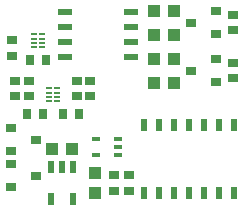
<source format=gbr>
G04 EAGLE Gerber X2 export*
%TF.Part,Single*%
%TF.FileFunction,Paste,Top*%
%TF.FilePolarity,Positive*%
%TF.GenerationSoftware,Autodesk,EAGLE,9.0.1*%
%TF.CreationDate,2018-09-06T19:24:28Z*%
G75*
%MOMM*%
%FSLAX34Y34*%
%LPD*%
%AMOC8*
5,1,8,0,0,1.08239X$1,22.5*%
G01*
%ADD10R,1.000000X1.000000*%
%ADD11R,0.900000X0.700000*%
%ADD12R,1.200000X0.600000*%
%ADD13R,0.500000X1.000000*%
%ADD14R,0.900000X0.800000*%
%ADD15R,0.800000X0.350000*%
%ADD16R,0.550000X1.000000*%
%ADD17R,0.510000X0.190000*%
%ADD18R,0.700000X0.900000*%


D10*
X159140Y149860D03*
X176140Y149860D03*
X195580Y112150D03*
X195580Y129150D03*
D11*
X212090Y114150D03*
X212090Y127150D03*
X312420Y222400D03*
X312420Y209400D03*
X312420Y250040D03*
X312420Y263040D03*
X224790Y127150D03*
X224790Y114150D03*
D12*
X170120Y265430D03*
X170120Y252730D03*
X170120Y240030D03*
X170120Y227330D03*
X226120Y227330D03*
X226120Y240030D03*
X226120Y252730D03*
X226120Y265430D03*
D13*
X275590Y169720D03*
X288290Y169720D03*
X300990Y169720D03*
X313690Y169720D03*
X262890Y169720D03*
X250190Y169720D03*
X237490Y169720D03*
X237490Y112220D03*
X250190Y112220D03*
X262890Y112220D03*
X275590Y112220D03*
X288290Y112220D03*
X300990Y112220D03*
X313690Y112220D03*
D11*
X180340Y207160D03*
X180340Y194160D03*
X191770Y207160D03*
X191770Y194160D03*
D14*
X124620Y166980D03*
X124620Y147980D03*
X145620Y157480D03*
D15*
X196240Y157630D03*
X196240Y144630D03*
X215240Y144630D03*
X215240Y151130D03*
X215240Y157630D03*
D16*
X177140Y107150D03*
X158140Y107150D03*
X158140Y134150D03*
X167640Y134150D03*
X177140Y134150D03*
D17*
X156670Y190330D03*
X156670Y193830D03*
X156670Y197330D03*
X156670Y200830D03*
X163370Y200830D03*
X163370Y197330D03*
X163370Y193830D03*
X163370Y190330D03*
X143970Y236050D03*
X143970Y239550D03*
X143970Y243050D03*
X143970Y246550D03*
X150670Y246550D03*
X150670Y243050D03*
X150670Y239550D03*
X150670Y236050D03*
D11*
X125730Y241450D03*
X125730Y228450D03*
D18*
X151280Y179070D03*
X138280Y179070D03*
D11*
X128270Y207160D03*
X128270Y194160D03*
X139700Y207160D03*
X139700Y194160D03*
D18*
X140820Y224790D03*
X153820Y224790D03*
X168760Y179070D03*
X181760Y179070D03*
D14*
X124620Y136500D03*
X124620Y117500D03*
X145620Y127000D03*
X298290Y247040D03*
X298290Y266040D03*
X277290Y256540D03*
X298290Y206400D03*
X298290Y225400D03*
X277290Y215900D03*
D10*
X245500Y266700D03*
X262500Y266700D03*
X245500Y246380D03*
X262500Y246380D03*
X245500Y205740D03*
X262500Y205740D03*
X245500Y226060D03*
X262500Y226060D03*
M02*

</source>
